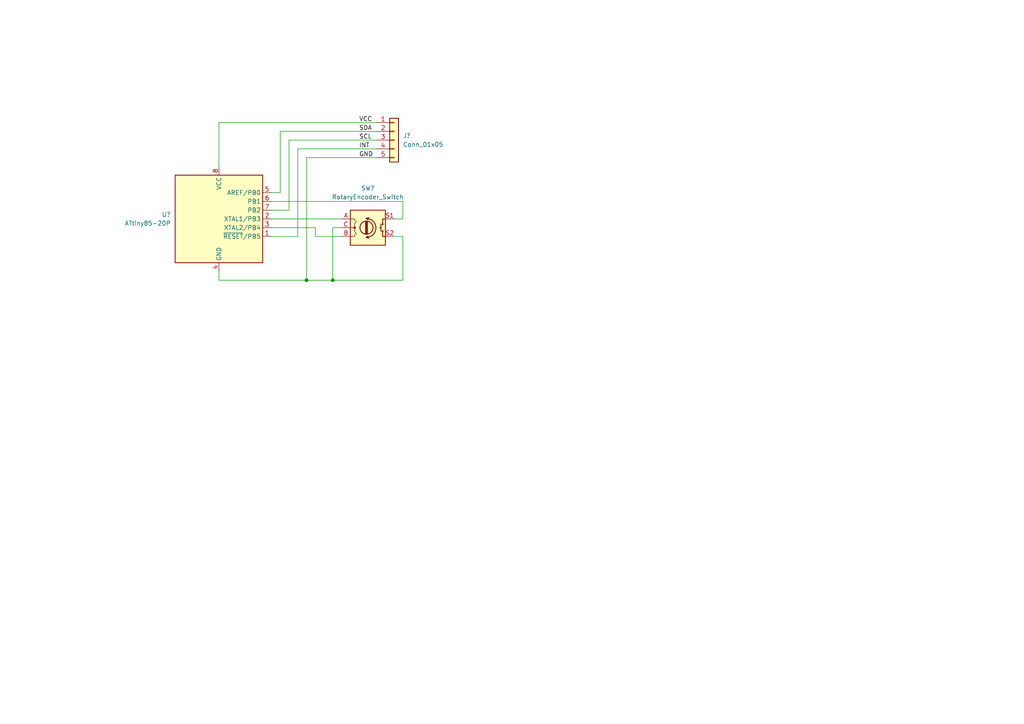
<source format=kicad_sch>
(kicad_sch (version 20211123) (generator eeschema)
  (paper "A4")
  (lib_symbols
    (symbol "Connector_Generic:Conn_01x05" (pin_names (offset 1.016) hide)
      (property "Reference" "J" (at 0 7.62 0))
      (property "Value" "Conn_01x05" (at 0 -7.62 0))
      (symbol "Conn_01x05_1_1"
        (rectangle (start -1.27 -4.953) (end 0 -5.207) (stroke (width 0.1524)))
        (rectangle (start -1.27 -2.413) (end 0 -2.667) (stroke (width 0.1524)))
        (rectangle (start -1.27 0.127) (end 0 -0.127) (stroke (width 0.1524)))
        (rectangle (start -1.27 2.667) (end 0 2.413) (stroke (width 0.1524)))
        (rectangle (start -1.27 5.207) (end 0 4.953) (stroke (width 0.1524)))
        (rectangle (start -1.27 6.35) (end 1.27 -6.35) (stroke (width 0.254)) (fill (type background)))
        (pin passive line (at -5.08 5.08 0) (length 3.81) (name "Pin_1") (number "1"))
        (pin passive line (at -5.08 2.54 0) (length 3.81) (name "Pin_2") (number "2"))
        (pin passive line (at -5.08 0 0) (length 3.81) (name "Pin_3") (number "3"))
        (pin passive line (at -5.08 -2.54 0) (length 3.81) (name "Pin_4") (number "4"))
        (pin passive line (at -5.08 -5.08 0) (length 3.81) (name "Pin_5") (number "5"))
      )
    )
    (symbol "Device:RotaryEncoder_Switch" (pin_names (offset 0.254) hide)
      (property "Reference" "SW" (at 0 6.604 0))
      (property "Value" "RotaryEncoder_Switch" (at 0 -6.604 0))
      (symbol "RotaryEncoder_Switch_0_1"
        (rectangle (start -5.08 5.08) (end 5.08 -5.08) (stroke (width 0.254)) (fill (type background)))
        (circle (center -3.81 0) (radius 0.254) (fill (type outline)))
        (arc (start -0.381 -2.794) (mid 2.3622 -0.0508) (end -0.381 2.667) (stroke (width 0.254)))
        (circle (center -0.381 0) (radius 1.905) (stroke (width 0.254)))
        (polyline (pts (xy -0.635 -1.778) (xy -0.635 1.778)) (stroke (width 0.254)))
        (polyline (pts (xy -0.381 -1.778) (xy -0.381 1.778)) (stroke (width 0.254)))
        (polyline (pts (xy -0.127 1.778) (xy -0.127 -1.778)) (stroke (width 0.254)))
        (polyline (pts (xy 3.81 0) (xy 3.429 0)) (stroke (width 0.254)))
        (polyline (pts (xy 3.81 1.016) (xy 3.81 -1.016)) (stroke (width 0.254)))
        (polyline (pts (xy -5.08 -2.54) (xy -3.81 -2.54) (xy -3.81 -2.032)))
        (polyline (pts (xy -5.08 2.54) (xy -3.81 2.54) (xy -3.81 2.032)))
        (polyline (pts (xy 0.254 -3.048) (xy -0.508 -2.794) (xy 0.127 -2.413)) (stroke (width 0.254)))
        (polyline (pts (xy 0.254 2.921) (xy -0.508 2.667) (xy 0.127 2.286)) (stroke (width 0.254)))
        (polyline (pts (xy 5.08 -2.54) (xy 4.318 -2.54) (xy 4.318 -1.016)) (stroke (width 0.254)))
        (polyline (pts (xy 5.08 2.54) (xy 4.318 2.54) (xy 4.318 1.016)) (stroke (width 0.254)))
        (polyline (pts (xy -5.08 0) (xy -3.81 0) (xy -3.81 -1.016) (xy -3.302 -2.032)))
        (polyline (pts (xy -4.318 0) (xy -3.81 0) (xy -3.81 1.016) (xy -3.302 2.032)))
        (circle (center 4.318 -1.016) (radius 0.127) (stroke (width 0.254)))
        (circle (center 4.318 1.016) (radius 0.127) (stroke (width 0.254)))
      )
      (symbol "RotaryEncoder_Switch_1_1"
        (pin passive line (at -7.62 2.54 0) (length 2.54) (name "A") (number "A"))
        (pin passive line (at -7.62 -2.54 0) (length 2.54) (name "B") (number "B"))
        (pin passive line (at -7.62 0 0) (length 2.54) (name "C") (number "C"))
        (pin passive line (at 7.62 2.54 180) (length 2.54) (name "S1") (number "S1"))
        (pin passive line (at 7.62 -2.54 180) (length 2.54) (name "S2") (number "S2"))
      )
    )
    (symbol "MCU_Microchip_ATtiny:ATtiny85-20P"
      (property "Reference" "U" (at -12.7 13.97 0))
      (property "Value" "ATtiny85-20P" (at 2.54 -13.97 0))
      (symbol "ATtiny85-20P_0_1"
        (rectangle (start -12.7 -12.7) (end 12.7 12.7) (stroke (width 0.254)) (fill (type background)))
      )
      (symbol "ATtiny85-20P_1_1"
        (pin bidirectional line (at 15.24 -5.08 180) (length 2.54) (name "~{RESET}/PB5") (number "1"))
        (pin bidirectional line (at 15.24 0 180) (length 2.54) (name "XTAL1/PB3") (number "2"))
        (pin bidirectional line (at 15.24 -2.54 180) (length 2.54) (name "XTAL2/PB4") (number "3"))
        (pin power_in line (at 0 -15.24 90) (length 2.54) (name "GND") (number "4"))
        (pin bidirectional line (at 15.24 7.62 180) (length 2.54) (name "AREF/PB0") (number "5"))
        (pin bidirectional line (at 15.24 5.08 180) (length 2.54) (name "PB1") (number "6"))
        (pin bidirectional line (at 15.24 2.54 180) (length 2.54) (name "PB2") (number "7"))
        (pin power_in line (at 0 15.24 270) (length 2.54) (name "VCC") (number "8"))
      )
    )
  )
  (junction (at 88.9 81.28))
  (junction (at 96.52 81.28))
  (wire (pts (xy 116.84 81.28) (xy 96.52 81.28)))
  (wire (pts (xy 83.82 40.64) (xy 83.82 60.96)))
  (wire (pts (xy 88.9 81.28) (xy 63.5 81.28)))
  (wire (pts (xy 96.52 81.28) (xy 88.9 81.28)))
  (wire (pts (xy 78.74 63.5) (xy 99.06 63.5)))
  (wire (pts (xy 78.74 60.96) (xy 83.82 60.96)))
  (wire (pts (xy 91.44 68.58) (xy 91.44 66.04)))
  (wire (pts (xy 81.28 38.1) (xy 81.28 55.88)))
  (wire (pts (xy 99.06 66.04) (xy 96.52 66.04)))
  (wire (pts (xy 116.84 68.58) (xy 116.84 81.28)))
  (wire (pts (xy 114.3 63.5) (xy 116.84 63.5)))
  (wire (pts (xy 63.5 35.56) (xy 63.5 48.26)))
  (wire (pts (xy 63.5 81.28) (xy 63.5 78.74)))
  (wire (pts (xy 96.52 66.04) (xy 96.52 81.28)))
  (wire (pts (xy 63.5 35.56) (xy 109.22 35.56)))
  (wire (pts (xy 99.06 68.58) (xy 91.44 68.58)))
  (wire (pts (xy 116.84 63.5) (xy 116.84 58.42)))
  (wire (pts (xy 116.84 68.58) (xy 114.3 68.58)))
  (wire (pts (xy 81.28 38.1) (xy 109.22 38.1)))
  (wire (pts (xy 88.9 45.72) (xy 88.9 81.28)))
  (wire (pts (xy 78.74 55.88) (xy 81.28 55.88)))
  (wire (pts (xy 86.36 43.18) (xy 86.36 68.58)))
  (wire (pts (xy 86.36 43.18) (xy 109.22 43.18)))
  (wire (pts (xy 91.44 66.04) (xy 78.74 66.04)))
  (wire (pts (xy 78.74 58.42) (xy 116.84 58.42)))
  (wire (pts (xy 109.22 45.72) (xy 88.9 45.72)))
  (wire (pts (xy 83.82 40.64) (xy 109.22 40.64)))
  (wire (pts (xy 86.36 68.58) (xy 78.74 68.58)))
  (label "VCC" (at 104.14 35.56 0))
  (label "INT" (at 104.14 43.18 0))
  (label "SDA" (at 104.14 38.1 0))
  (label "GND" (at 104.14 45.72 0))
  (label "SCL" (at 104.14 40.64 0))
  (symbol (lib_id "MCU_Microchip_ATtiny:ATtiny85-20P") (at 63.5 63.5 0) (unit 1)
    (property "Reference" "U?" (at 49.53 62.2299 0) (effects (justify right)))
    (property "Value" "ATtiny85-20P" (at 49.53 64.7699 0) (effects (justify right)))
    (property "Footprint" "Package_DIP:DIP-8_W7.62mm" (effects hide))
    (property "Datasheet" "http://ww1.microchip.com/downloads/en/DeviceDoc/atmel-2586-avr-8-bit-microcontroller-attiny25-attiny45-attiny85_datasheet.pdf" (effects hide))
  )
  (symbol (lib_id "Connector_Generic:Conn_01x05") (at 114.3 40.64 0) (unit 1)
    (property "Reference" "J?" (at 116.84 39.3699 0) (effects (justify left)))
    (property "Value" "Conn_01x05" (at 116.84 41.9099 0) (effects (justify left)))
  )
  (symbol (lib_id "Device:RotaryEncoder_Switch") (at 106.68 66.04 0) (unit 1)
    (property "Reference" "SW?" (at 106.68 54.61 0))
    (property "Value" "RotaryEncoder_Switch" (at 106.68 57.15 0))
  )
)
</source>
